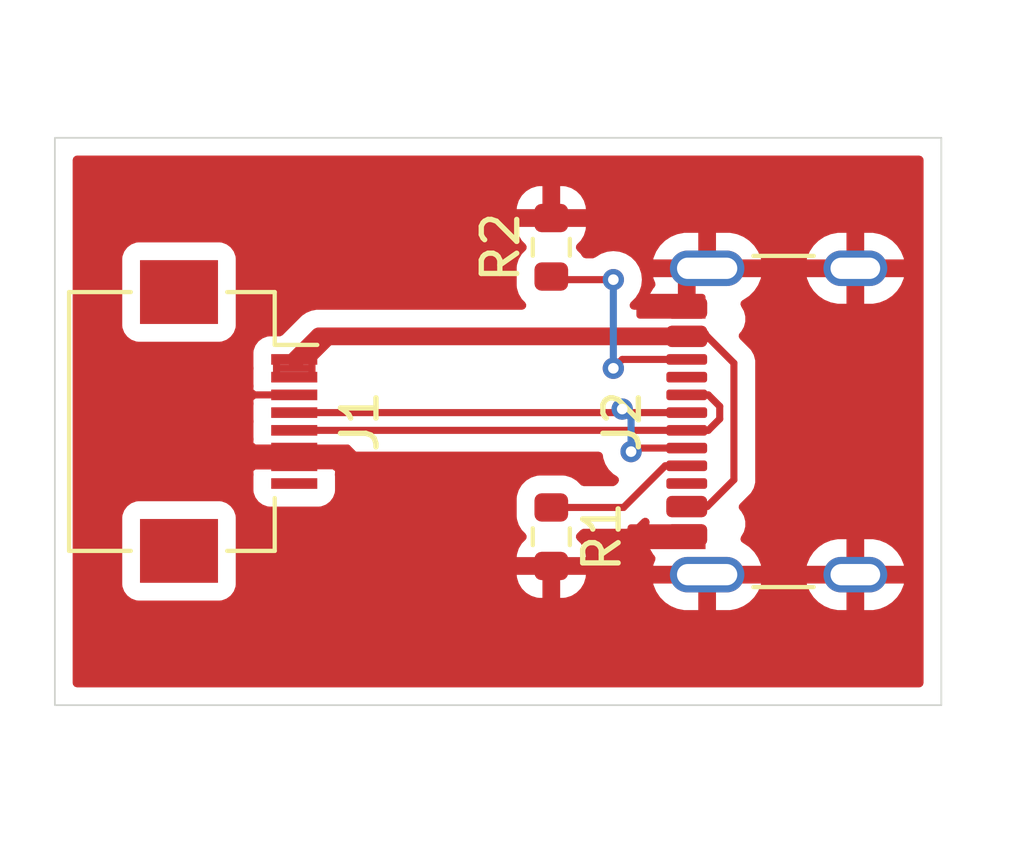
<source format=kicad_pcb>
(kicad_pcb (version 20240108) (generator "pcbnew") (generator_version "8.0")
  (layers (0 "F.Cu" signal) (31 "B.Cu" signal) (34 "B.Paste" user) (35 "F.Paste" user) (36 "B.SilkS" user "B.Silkscreen") (37 "F.SilkS" user "F.Silkscreen") (38 "B.Mask" user) (39 "F.Mask" user) (44 "Edge.Cuts" user))
  (net 0 "")
  (net 2 "Net-(J2-CC2)")
  (net 3 "Net-(J2-CC1)")
  (net 4 "GND")
  (net 5 "Net-(J1-Pin_4)")
  (net 6 "Net-(J1-Pin_5)")
  (net 7 "VCC")
  (footprint "Resistor_SMD:R_0603_1608Metric" (layer "F.Cu") (at 112 46.25 -90)
    (property "Reference" "R1" (at 0 -1.43 -90) (layer "F.SilkS"))
    (property "Value" "5.1K")
    (fp_line (start -0.237258 0.5225) (end 0.237258 0.5225) (stroke (width 0.12)) (layer "F.SilkS"))
    (fp_line (start -0.237258 -0.5225) (end 0.237258 -0.5225) (stroke (width 0.12)) (layer "F.SilkS"))
    (pad "1" smd roundrect (at -0.825 0 270) (size 0.8 0.95) (layers "F.Cu" "F.Paste" "F.Mask") (net 3 "Net-(J2-CC1)"))
    (pad "2" smd roundrect (at 0.825 0 270) (size 0.8 0.95) (layers "F.Cu" "F.Paste" "F.Mask") (net 4 "GND"))
  )
  (footprint "Connector_FFC-FPC:Hirose_FH12-8S-0.5SH_1x08-1MP_P0.50mm_Horizontal" (layer "F.Cu") (at 102.9 43 -90)
    (property "Reference" "J1" (at 0 -3.7 90) (layer "F.SilkS"))
    (property "Value" "Conn_01x08_Socket")
    (fp_line (start -3.65 4.5) (end 3.65 4.5) (stroke (width 0.12)) (layer "F.SilkS"))
    (fp_line (start 3.65 4.5) (end 3.65 2.76) (stroke (width 0.12)) (layer "F.SilkS"))
    (fp_line (start -3.65 2.76) (end -3.65 4.5) (stroke (width 0.12)) (layer "F.SilkS"))
    (fp_line (start -3.65 -1.3) (end -3.65 0.04) (stroke (width 0.12)) (layer "F.SilkS"))
    (fp_line (start -2.16 -1.3) (end -3.65 -1.3) (stroke (width 0.12)) (layer "F.SilkS"))
    (fp_line (start -2.16 -1.3) (end -2.16 -2.5) (stroke (width 0.12)) (layer "F.SilkS"))
    (fp_line (start 2.16 -1.3) (end 3.65 -1.3) (stroke (width 0.12)) (layer "F.SilkS"))
    (fp_line (start 3.65 -1.3) (end 3.65 0.04) (stroke (width 0.12)) (layer "F.SilkS"))
    (pad "1" smd rect (at -1.75 -1.85 270) (size 0.3 1.3) (layers "F.Cu" "F.Paste" "F.Mask") (net 7 "VCC"))
    (pad "2" smd rect (at -1.25 -1.85 270) (size 0.3 1.3) (layers "F.Cu" "F.Paste" "F.Mask") (net 7 "VCC"))
    (pad "3" smd rect (at -0.75 -1.85 270) (size 0.3 1.3) (layers "F.Cu" "F.Paste" "F.Mask") (net 4 "GND"))
    (pad "4" smd rect (at -0.25 -1.85 270) (size 0.3 1.3) (layers "F.Cu" "F.Paste" "F.Mask") (net 5 "Net-(J1-Pin_4)"))
    (pad "5" smd rect (at 0.25 -1.85 270) (size 0.3 1.3) (layers "F.Cu" "F.Paste" "F.Mask") (net 6 "Net-(J1-Pin_5)"))
    (pad "6" smd rect (at 0.75 -1.85 270) (size 0.3 1.3) (layers "F.Cu" "F.Paste" "F.Mask") (net 4 "GND"))
    (pad "7" smd rect (at 1.25 -1.85 270) (size 0.3 1.3) (layers "F.Cu" "F.Paste" "F.Mask") (net 4 "GND"))
    (pad "8" smd rect (at 1.75 -1.85 270) (size 0.3 1.3) (layers "F.Cu" "F.Paste" "F.Mask"))
    (pad "MP" smd rect (at -3.65 1.4 270) (size 1.8 2.2) (layers "F.Cu" "F.Paste" "F.Mask"))
    (pad "MP" smd rect (at 3.65 1.4 270) (size 1.8 2.2) (layers "F.Cu" "F.Paste" "F.Mask"))
  )
  (footprint "Connector_USB:USB_C_Receptacle_GCT_USB4105-xx-A_16P_TopMnt_Horizontal" (layer "F.Cu") (at 119.5 43 90)
    (property "Reference" "J2" (at 0 -5.5 90) (layer "F.SilkS"))
    (property "Value" "USB_C_Receptacle_USB2.0_14P")
    (fp_line (start 4.67 -0.1) (end 4.67 -1.8) (stroke (width 0.12)) (layer "F.SilkS"))
    (fp_line (start -4.67 -0.1) (end -4.67 -1.8) (stroke (width 0.12)) (layer "F.SilkS"))
    (pad "" np_thru_hole circle (at -2.89 -2.605 90) (size 0.65 0.65) (drill 0.65) (layers "F&B.Cu" "*.Mask"))
    (pad "" np_thru_hole circle (at 2.89 -2.605 90) (size 0.65 0.65) (drill 0.65) (layers "F&B.Cu" "*.Mask"))
    (pad "A1" smd roundrect (at -3.2 -3.68 90) (size 0.6 1.15) (layers "F.Cu" "F.Paste" "F.Mask") (net 4 "GND"))
    (pad "A4" smd roundrect (at -2.4 -3.68 90) (size 0.6 1.15) (layers "F.Cu" "F.Paste" "F.Mask") (net 7 "VCC"))
    (pad "A5" smd roundrect (at -1.25 -3.68 90) (size 0.3 1.15) (layers "F.Cu" "F.Paste" "F.Mask") (net 3 "Net-(J2-CC1)"))
    (pad "A6" smd roundrect (at -0.25 -3.68 90) (size 0.3 1.15) (layers "F.Cu" "F.Paste" "F.Mask") (net 6 "Net-(J1-Pin_5)"))
    (pad "A7" smd roundrect (at 0.25 -3.68 90) (size 0.3 1.15) (layers "F.Cu" "F.Paste" "F.Mask") (net 5 "Net-(J1-Pin_4)"))
    (pad "A8" smd roundrect (at 1.25 -3.68 90) (size 0.3 1.15) (layers "F.Cu" "F.Paste" "F.Mask"))
    (pad "A9" smd roundrect (at 2.4 -3.68 90) (size 0.6 1.15) (layers "F.Cu" "F.Paste" "F.Mask") (net 7 "VCC"))
    (pad "A12" smd roundrect (at 3.2 -3.68 90) (size 0.6 1.15) (layers "F.Cu" "F.Paste" "F.Mask") (net 4 "GND"))
    (pad "B1" smd roundrect (at 3.2 -3.68 90) (size 0.6 1.15) (layers "F.Cu" "F.Paste" "F.Mask") (net 4 "GND"))
    (pad "B4" smd roundrect (at 2.4 -3.68 90) (size 0.6 1.15) (layers "F.Cu" "F.Paste" "F.Mask") (net 7 "VCC"))
    (pad "B5" smd roundrect (at 1.75 -3.68 90) (size 0.3 1.15) (layers "F.Cu" "F.Paste" "F.Mask") (net 2 "Net-(J2-CC2)"))
    (pad "B6" smd roundrect (at 0.75 -3.68 90) (size 0.3 1.15) (layers "F.Cu" "F.Paste" "F.Mask") (net 6 "Net-(J1-Pin_5)"))
    (pad "B7" smd roundrect (at -0.75 -3.68 90) (size 0.3 1.15) (layers "F.Cu" "F.Paste" "F.Mask") (net 5 "Net-(J1-Pin_4)"))
    (pad "B8" smd roundrect (at -1.75 -3.68 90) (size 0.3 1.15) (layers "F.Cu" "F.Paste" "F.Mask"))
    (pad "B9" smd roundrect (at -2.4 -3.68 90) (size 0.6 1.15) (layers "F.Cu" "F.Paste" "F.Mask") (net 7 "VCC"))
    (pad "B12" smd roundrect (at -3.2 -3.68 90) (size 0.6 1.15) (layers "F.Cu" "F.Paste" "F.Mask") (net 4 "GND"))
    (pad "S1" thru_hole oval (at -4.32 -3.105 90) (size 1 2.1) (drill oval 0.6 1.7) (layers "*.Cu" "*.Mask" "F.Paste") (net 4 "GND"))
    (pad "S1" thru_hole oval (at -4.32 1.075 90) (size 1 1.8) (drill oval 0.6 1.4) (layers "*.Cu" "*.Mask" "F.Paste") (net 4 "GND"))
    (pad "S1" thru_hole oval (at 4.32 -3.105 90) (size 1 2.1) (drill oval 0.6 1.7) (layers "*.Cu" "*.Mask" "F.Paste") (net 4 "GND"))
    (pad "S1" thru_hole oval (at 4.32 1.075 90) (size 1 1.8) (drill oval 0.6 1.4) (layers "*.Cu" "*.Mask" "F.Paste") (net 4 "GND"))
  )
  (footprint "Resistor_SMD:R_0603_1608Metric" (layer "F.Cu") (at 112 38.0875 90)
    (property "Reference" "R2" (at 0 -1.43 90) (layer "F.SilkS"))
    (property "Value" "5.1K")
    (fp_line (start -0.237258 -0.5225) (end 0.237258 -0.5225) (stroke (width 0.12)) (layer "F.SilkS"))
    (fp_line (start -0.237258 0.5225) (end 0.237258 0.5225) (stroke (width 0.12)) (layer "F.SilkS"))
    (pad "1" smd roundrect (at -0.825 0 90) (size 0.8 0.95) (layers "F.Cu" "F.Paste" "F.Mask") (net 2 "Net-(J2-CC2)"))
    (pad "2" smd roundrect (at 0.825 0 90) (size 0.8 0.95) (layers "F.Cu" "F.Paste" "F.Mask") (net 4 "GND"))
  )
  (gr_line (start 106.25 43.75) (end 106.5 44) (stroke (width 0.2)) (layer "F.Cu") (net 4))
  (gr_rect (start 104.25 41.25) (end 105.25 41.75) (stroke (width 0.2)) (fill none) (layer "F.Cu") (net 7))
  (gr_poly (pts (xy 103.25 43.75) (xy 103.25 44.25) (xy 105.25 44.25) (xy 105.25 43.75)) (stroke (width 0.2)) (fill solid) (layer "F.Cu") (net 4))
  (gr_poly (pts (xy 116.25 46) (xy 114.25 46) (xy 114.25 46.5) (xy 116.25 46.5)) (stroke (width 0.2)) (fill solid) (layer "F.Cu") (net 4))
  (gr_poly (pts (xy 116.25 39.5) (xy 116.25 40) (xy 114.5 40) (xy 114.5 39.5)) (stroke (width 0.2)) (fill solid) (layer "F.Cu") (net 4))
  (gr_poly (pts (xy 104.75 43.75) (xy 106.25 43.75) (xy 106.25 44.25) (xy 104.75 44.25)) (stroke (width 0.2)) (fill solid) (layer "F.Cu") (net 4))
  (gr_rect (start 103.25 44) (end 105.25 44) (stroke (width 0.2)) (fill none) (layer "F.Cu") (net 4))
  (gr_line (start 105.25 41.25) (end 105.75 40.75) (stroke (width 0.2)) (layer "F.Cu") (net 7))
  (gr_rect (start 103.25 43.75) (end 105.25 44.25) (stroke (width 0.2)) (fill none) (layer "F.Cu") (net 4))
  (gr_rect (start 104.25 41.5) (end 105.25 41.5) (stroke (width 0.2)) (fill none) (layer "F.Cu") (net 7))
  (gr_rect (start 98 35) (end 123 51) (stroke (width 0.05)) (fill none) (layer "Edge.Cuts"))
  (segment (start 113.75 39) (end 112 39) (width 0.2) (layer "F.Cu") (net 2))
  (segment (start 114 41.25) (end 113.75 41.5) (width 0.2) (layer "F.Cu") (net 2))
  (segment (start 115.82 41.25) (end 114 41.25) (width 0.2) (layer "F.Cu") (net 2))
  (via (at 113.75 41.5) (size 0.6) (drill 0.3) (layers "F.Cu" "B.Cu") (net 2))
  (via (at 113.75 39) (size 0.6) (drill 0.3) (layers "F.Cu" "B.Cu") (net 2))
  (segment (start 113.75 41.5) (end 113.75 39) (width 0.2) (layer "B.Cu") (net 2))
  (segment (start 114.03759 45.425) (end 112 45.425) (width 0.2) (layer "F.Cu") (net 3))
  (segment (start 115.21259 44.25) (end 114.03759 45.425) (width 0.2) (layer "F.Cu") (net 3))
  (segment (start 115.82 44.25) (end 115.21259 44.25) (width 0.2) (layer "F.Cu") (net 3))
  (segment (start 114.55 46.2) (end 114.5 46.25) (width 0.2) (layer "F.Cu") (net 4))
  (segment (start 104.8 43.75) (end 104.8 44.25) (width 0.2) (layer "F.Cu") (net 4))
  (segment (start 104.8 44.25) (end 103.5 44.25) (width 0.2) (layer "F.Cu") (net 4))
  (segment (start 103.5 44.25) (end 103.25 44.25) (width 0.2) (layer "F.Cu") (net 4))
  (segment (start 104.8 43.75) (end 103.25 43.75) (width 0.2) (layer "F.Cu") (net 4))
  (segment (start 115.82 39.8) (end 114.55 39.8) (width 0.2) (layer "F.Cu") (net 4))
  (segment (start 115.82 46.2) (end 114.55 46.2) (width 0.2) (layer "F.Cu") (net 4))
  (segment (start 104.8 42.25) (end 103.25 42.25) (width 0.2) (layer "F.Cu") (net 4))
  (segment (start 114.55 39.8) (end 114.5 39.75) (width 0.2) (layer "F.Cu") (net 4))
  (segment (start 113.5 42.75) (end 104.75 42.75) (width 0.2) (layer "F.Cu") (net 5))
  (segment (start 113.5 42.75) (end 114 42.75) (width 0.2) (layer "F.Cu") (net 5))
  (segment (start 114.35 43.75) (end 114.25 43.85) (width 0.2) (layer "F.Cu") (net 5))
  (segment (start 115.82 43.75) (end 114.35 43.75) (width 0.2) (layer "F.Cu") (net 5))
  (segment (start 114 42.75) (end 115.82 42.75) (width 0.2) (layer "F.Cu") (net 5))
  (via (at 114.25 43.85) (size 0.6) (drill 0.3) (layers "F.Cu" "B.Cu") (net 5))
  (via (at 114 42.65) (size 0.6) (drill 0.3) (layers "F.Cu" "B.Cu") (net 5))
  (segment (start 114.25 42.9) (end 114 42.65) (width 0.2) (layer "B.Cu") (net 5))
  (segment (start 114.25 43.85) (end 114.25 42.9) (width 0.2) (layer "B.Cu") (net 5))
  (segment (start 115.82 42.25) (end 116.42741 42.25) (width 0.2) (layer "F.Cu") (net 6))
  (segment (start 116.75 42.92741) (end 116.42741 43.25) (width 0.2) (layer "F.Cu") (net 6))
  (segment (start 115.82 43.25) (end 104.75 43.25) (width 0.2) (layer "F.Cu") (net 6))
  (segment (start 116.75 42.57259) (end 116.75 42.92741) (width 0.2) (layer "F.Cu") (net 6))
  (segment (start 116.42741 43.25) (end 115.82 43.25) (width 0.2) (layer "F.Cu") (net 6))
  (segment (start 116.42741 42.25) (end 116.75 42.57259) (width 0.2) (layer "F.Cu") (net 6))
  (segment (start 115.82 40.6) (end 105.45 40.6) (width 0.5) (layer "F.Cu") (net 7))
  (segment (start 116.394999 45.4) (end 117.15 44.644999) (width 0.2) (layer "F.Cu") (net 7))
  (segment (start 117.15 44.644999) (end 117.15 41.355001) (width 0.2) (layer "F.Cu") (net 7))
  (segment (start 117.15 41.355001) (end 116.394999 40.6) (width 0.2) (layer "F.Cu") (net 7))
  (segment (start 116.394999 40.6) (end 115.82 40.6) (width 0.2) (layer "F.Cu") (net 7))
  (segment (start 115.82 45.4) (end 116.394999 45.4) (width 0.2) (layer "F.Cu") (net 7))
  (segment (start 115.82 40.6) (end 116.218274 40.6) (width 0.5) (layer "F.Cu") (net 7))
  (segment (start 105.45 40.6) (end 104.8 41.25) (width 0.5) (layer "F.Cu") (net 7))
  (zone (net 4) (net_name "GND") (layer "F.Cu") (priority 1) (connect_pads (clearance 0.5)) (min_thickness 0.25) (fill yes (thermal_gap 0.5) (thermal_bridge_width 0.5))
    (polygon (pts (xy 123 35) (xy 98 35) (xy 98 51) (xy 123 51)))
  )
)
</source>
